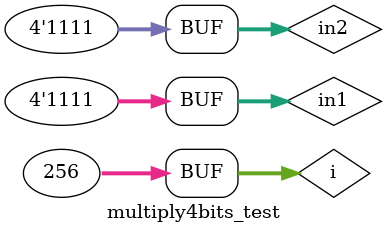
<source format=v>
module multiply4bits_test;
wire [7:0]product;
reg [3:0]in1,in2;
multiply4bits instat(in1,in2,product);
integer i;
initial begin
for(i=0;i<256;i=i+1)
begin
{in1,in2}=i;
#10;
end
end
endmodule

</source>
